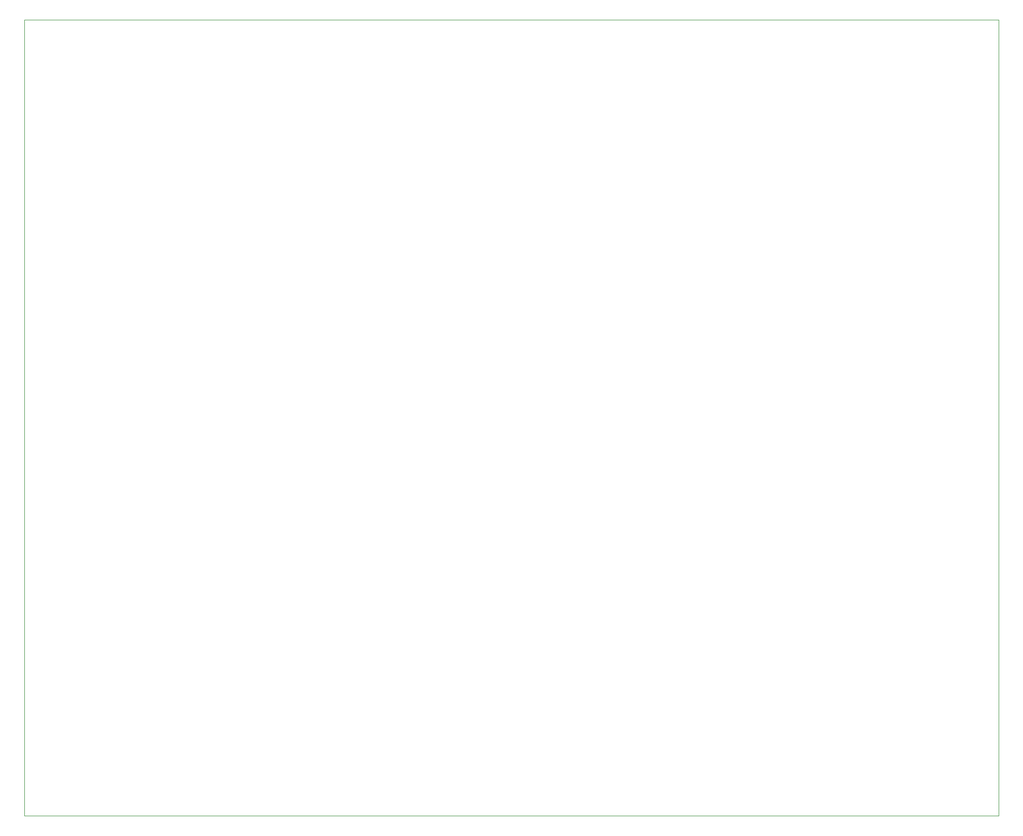
<source format=gbr>
%TF.GenerationSoftware,KiCad,Pcbnew,(6.0.5)*%
%TF.CreationDate,2025-05-16T22:36:31-04:00*%
%TF.ProjectId,full video boardREV2,66756c6c-2076-4696-9465-6f20626f6172,rev?*%
%TF.SameCoordinates,Original*%
%TF.FileFunction,Profile,NP*%
%FSLAX46Y46*%
G04 Gerber Fmt 4.6, Leading zero omitted, Abs format (unit mm)*
G04 Created by KiCad (PCBNEW (6.0.5)) date 2025-05-16 22:36:31*
%MOMM*%
%LPD*%
G01*
G04 APERTURE LIST*
%TA.AperFunction,Profile*%
%ADD10C,0.050000*%
%TD*%
G04 APERTURE END LIST*
D10*
X293801800Y-218109800D02*
X131165600Y-218109800D01*
X131165600Y-218109800D02*
X131165600Y-85267800D01*
X131165600Y-85267800D02*
X293801800Y-85267800D01*
X293801800Y-85267800D02*
X293801800Y-218109800D01*
M02*

</source>
